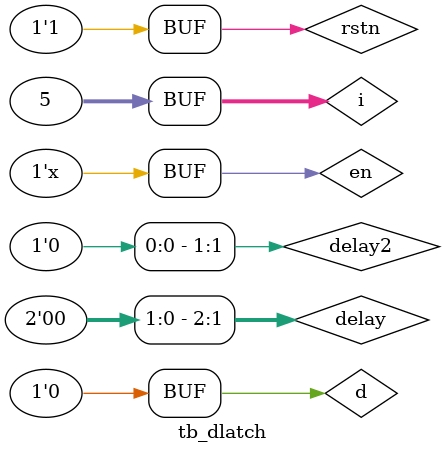
<source format=v>
module tb_dlatch;  
    reg d;  
   reg en;  
   reg rstn;  
   reg [2:0] delay;  
   reg [1:0] delay2;  
   integer i;  
  d_latch  dl0 ( .d (d),  
                  .en (en),  
                  .rstn (rstn),  
                  .q (q));  
   initial begin  
      $monitor ("[%0t] en=%0b d=%0b q=%0b", $time, en, d, q);  
 d <= 0;  
      en <= 0;  
      rstn <= 0;  
 #10 rstn <= 1;  
   for (i = 0; i < 5; i=i+1) begin  
         delay = $random;  
         delay2 = $random;  
         #(delay2) en <= ~en;  
         #(delay) d <= i;  
      end  
   end  
endmodule  

</source>
